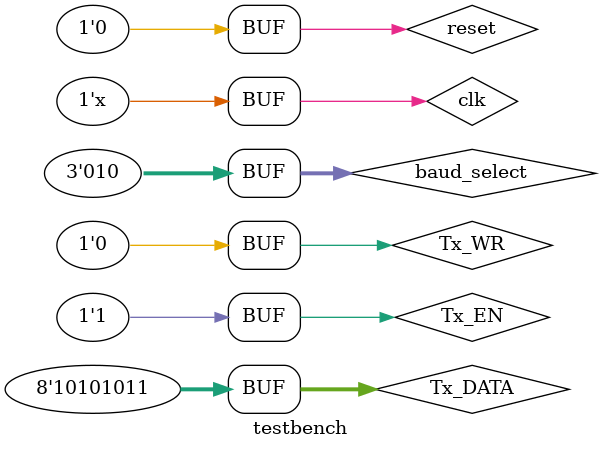
<source format=v>
`timescale 1ns/1ps
module testbench;
reg clk, reset;
wire sample_ENABLE;
reg [2:0] baud_select;


reg [7:0] Tx_DATA;
reg Tx_EN, Tx_WR;

wire TxD, Tx_BUSY;

initial 
begin
    //sample_ENABLE = 0;  
    clk = 0;
    reset = 1;
    Tx_DATA = 8'b11101011;
    Tx_WR = 0;
    Tx_EN = 0;
    #10000 Tx_EN = 1;
    #500 Tx_WR = 1;
    #10 baud_select = 3'b010;
    #10 reset = 0;
    #16000 Tx_WR = 0;
    #2393885 Tx_DATA = 8'b10101011;
    #10 Tx_WR = 1;
    #16000 Tx_WR = 0;
end

uart_transmitter uart_transmitter_init (.reset(reset), .clk(clk), .Tx_DATA(Tx_DATA), .baud_select(baud_select), .Tx_WR(Tx_WR), .Tx_EN(Tx_EN), .TxD(TxD), .Tx_BUSY(Tx_BUSY));

always #5 clk = ~clk;
endmodule
</source>
